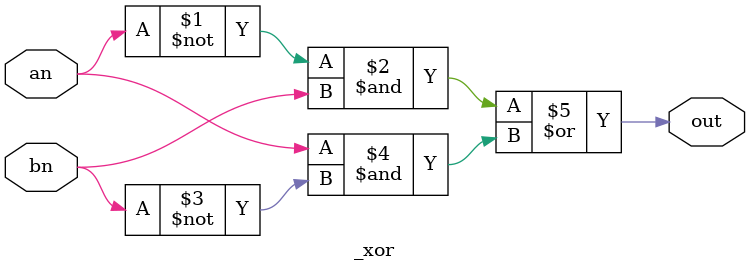
<source format=v>
module _xor(an,bn,out);

//declare
	input an,bn;
	output out;
	
	//operation
		assign out = ( ~an & bn ) | ( an & ~bn );
		
endmodule
//finished
</source>
